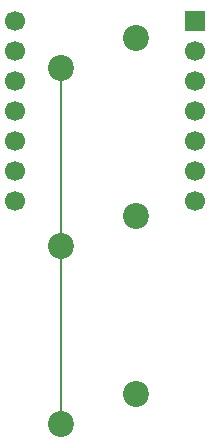
<source format=gbr>
%TF.GenerationSoftware,KiCad,Pcbnew,8.0.6*%
%TF.CreationDate,2024-10-21T23:56:12-04:00*%
%TF.ProjectId,Hackpad,4861636b-7061-4642-9e6b-696361645f70,rev?*%
%TF.SameCoordinates,Original*%
%TF.FileFunction,Copper,L1,Top*%
%TF.FilePolarity,Positive*%
%FSLAX46Y46*%
G04 Gerber Fmt 4.6, Leading zero omitted, Abs format (unit mm)*
G04 Created by KiCad (PCBNEW 8.0.6) date 2024-10-21 23:56:12*
%MOMM*%
%LPD*%
G01*
G04 APERTURE LIST*
%TA.AperFunction,ComponentPad*%
%ADD10C,2.200000*%
%TD*%
%TA.AperFunction,ComponentPad*%
%ADD11R,1.700000X1.700000*%
%TD*%
%TA.AperFunction,ComponentPad*%
%ADD12C,1.700000*%
%TD*%
%TA.AperFunction,Conductor*%
%ADD13C,0.200000*%
%TD*%
G04 APERTURE END LIST*
D10*
%TO.P,SW3,1,1*%
%TO.N,Net-(U1-PA7_A8_D8_SCK)*%
X158741000Y-92640000D03*
%TO.P,SW3,2,2*%
%TO.N,GND*%
X152391000Y-95180000D03*
%TD*%
%TO.P,SW2,1,1*%
%TO.N,Net-(U1-PA5_A9_D9_MISO)*%
X158741000Y-77550000D03*
%TO.P,SW2,2,2*%
%TO.N,GND*%
X152391000Y-80090000D03*
%TD*%
%TO.P,SW1,1,1*%
%TO.N,Net-(U1-PA6_A10_D10_MOSI)*%
X158741000Y-62460000D03*
%TO.P,SW1,2,2*%
%TO.N,GND*%
X152391000Y-65000000D03*
%TD*%
D11*
%TO.P,U1,1,PA02_A0_D0*%
%TO.N,unconnected-(U1-PA02_A0_D0-Pad1)*%
X163750000Y-61000000D03*
D12*
%TO.P,U1,2,PA4_A1_D1*%
%TO.N,unconnected-(U1-PA4_A1_D1-Pad2)*%
X163750000Y-63540000D03*
%TO.P,U1,3,PA10_A2_D2*%
%TO.N,unconnected-(U1-PA10_A2_D2-Pad3)*%
X163750000Y-66080000D03*
%TO.P,U1,4,PA11_A3_D3*%
%TO.N,unconnected-(U1-PA11_A3_D3-Pad4)*%
X163750000Y-68620000D03*
%TO.P,U1,5,PA8_A4_D4_SDA*%
%TO.N,unconnected-(U1-PA8_A4_D4_SDA-Pad5)*%
X163750000Y-71160000D03*
%TO.P,U1,6,PA9_A5_D5_SCL*%
%TO.N,unconnected-(U1-PA9_A5_D5_SCL-Pad6)*%
X163750000Y-73700000D03*
%TO.P,U1,7,PB08_A6_D6_TX*%
%TO.N,unconnected-(U1-PB08_A6_D6_TX-Pad7)*%
X163750000Y-76240000D03*
%TO.P,U1,8,PB09_A7_D7_RX*%
%TO.N,unconnected-(U1-PB09_A7_D7_RX-Pad8)*%
X148500000Y-76240000D03*
%TO.P,U1,9,PA7_A8_D8_SCK*%
%TO.N,Net-(U1-PA7_A8_D8_SCK)*%
X148500000Y-73700000D03*
%TO.P,U1,10,PA5_A9_D9_MISO*%
%TO.N,Net-(U1-PA5_A9_D9_MISO)*%
X148500000Y-71160000D03*
%TO.P,U1,11,PA6_A10_D10_MOSI*%
%TO.N,Net-(U1-PA6_A10_D10_MOSI)*%
X148500000Y-68620000D03*
%TO.P,U1,12,3V3*%
%TO.N,unconnected-(U1-3V3-Pad12)*%
X148500000Y-66080000D03*
%TO.P,U1,13,GND*%
%TO.N,GND*%
X148500000Y-63540000D03*
%TO.P,U1,14,5V*%
%TO.N,unconnected-(U1-5V-Pad14)*%
X148500000Y-61000000D03*
%TD*%
D13*
%TO.N,GND*%
X152391000Y-65000000D02*
X152391000Y-95180000D01*
%TD*%
M02*

</source>
